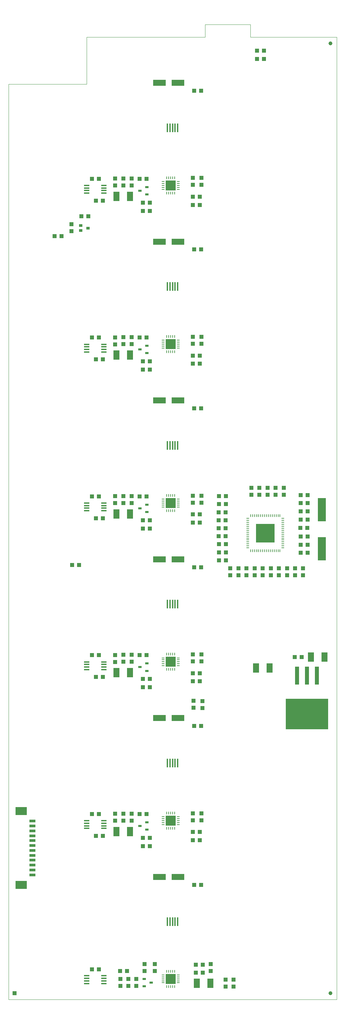
<source format=gbr>
%FSLAX33Y33*%
%MOMM*%
G04 EasyPC Gerber Version 16.0.6 Build 3249 *
%ADD94R,0.28000X0.80000*%
%ADD104R,0.40000X2.20000*%
%ADD15R,1.00000X1.10000*%
%ADD101R,1.10000X4.60000*%
%ADD71R,1.65000X2.40000*%
%ADD20R,2.10000X6.00000*%
%ADD93R,1.00000X1.00000*%
%ADD97R,2.60000X2.60000*%
%ADD96R,4.70000X4.70000*%
%ADD73C,0.12000*%
%ADD10C,1.00000*%
%ADD95R,0.80000X0.28000*%
%ADD108R,1.45000X0.45000*%
%ADD98R,0.90000X0.60000*%
%ADD100R,0.90000X0.70000*%
%ADD109R,1.60000X0.70000*%
%ADD14R,1.10000X1.00000*%
%ADD99R,3.20000X1.60000*%
%ADD110R,3.00000X2.10000*%
%ADD102R,10.80000X7.90000*%
X0Y0D02*
D02*
D10*
X99750Y36400D03*
Y279200D03*
D02*
D14*
X29161Y229900D03*
X30939D03*
X33661Y145850D03*
X35439D03*
X36011Y235000D03*
X37789D03*
X38761Y42500D03*
X38761Y82200D03*
Y122800D03*
Y163400D03*
Y204000D03*
Y244600D03*
X39761Y76600D03*
Y117200D03*
Y157800D03*
Y198400D03*
Y239000D03*
X40539Y42500D03*
X40539Y82200D03*
Y122800D03*
Y163400D03*
Y204000D03*
Y244600D03*
X41539Y76600D03*
Y117200D03*
Y157800D03*
Y198400D03*
Y239000D03*
X45961Y42050D03*
X47739D03*
X50911Y82200D03*
Y122800D03*
Y163400D03*
Y204000D03*
Y244600D03*
X51761Y74000D03*
Y76100D03*
Y114600D03*
Y116700D03*
Y155200D03*
Y157300D03*
Y195800D03*
Y197900D03*
Y236400D03*
Y238500D03*
X52689Y82200D03*
Y122800D03*
Y163400D03*
Y204000D03*
Y244600D03*
X53539Y74000D03*
Y76100D03*
Y114600D03*
Y116700D03*
Y155200D03*
Y157300D03*
Y195800D03*
Y197900D03*
Y236400D03*
Y238500D03*
X64561Y75500D03*
Y77600D03*
Y116100D03*
Y118200D03*
Y156700D03*
Y158800D03*
Y197300D03*
Y199400D03*
Y237900D03*
Y240000D03*
X64861Y64100D03*
Y104700D03*
Y145300D03*
Y185900D03*
Y226500D03*
Y267100D03*
X65311Y41650D03*
Y43700D03*
X66339Y75500D03*
Y77600D03*
Y116100D03*
Y118200D03*
Y156700D03*
Y158800D03*
Y197300D03*
Y199400D03*
Y237900D03*
Y240000D03*
X66639Y64100D03*
Y104700D03*
Y145300D03*
Y185900D03*
Y226500D03*
Y267100D03*
X67089Y41650D03*
Y43700D03*
X71161Y153200D03*
Y155250D03*
Y157300D03*
Y159350D03*
X71211Y147050D03*
Y149100D03*
Y151150D03*
Y161400D03*
Y163450D03*
X72939Y153200D03*
Y155250D03*
Y157300D03*
Y159350D03*
X72989Y147050D03*
Y149100D03*
Y151150D03*
Y161400D03*
Y163450D03*
X80961Y275200D03*
Y277300D03*
X82739Y275200D03*
Y277300D03*
X90661Y122300D03*
X92061Y155350D03*
X92111Y157450D03*
Y159550D03*
Y161650D03*
Y163700D03*
X92161Y148950D03*
Y151050D03*
Y153150D03*
X92439Y122300D03*
X93839Y155350D03*
X93889Y157450D03*
Y159550D03*
Y161650D03*
Y163700D03*
X93939Y148950D03*
Y151050D03*
Y153150D03*
D02*
D15*
X33500Y231211D03*
Y232989D03*
X44650Y80461D03*
Y82239D03*
Y121061D03*
Y122839D03*
Y161661D03*
Y163439D03*
Y202261D03*
Y204039D03*
Y242861D03*
Y244639D03*
X46000Y38211D03*
Y39989D03*
X46750Y80511D03*
Y82289D03*
Y121111D03*
Y122889D03*
Y161711D03*
Y163489D03*
Y202311D03*
Y204089D03*
Y242911D03*
Y244689D03*
X48050Y38211D03*
Y39989D03*
X48850Y80511D03*
Y82289D03*
Y121111D03*
Y122889D03*
Y161711D03*
Y163489D03*
Y202311D03*
Y204089D03*
Y242911D03*
Y244689D03*
X50100Y38211D03*
Y39989D03*
X52150Y42061D03*
Y43839D03*
X54850Y42061D03*
Y43839D03*
X64550Y80611D03*
Y82389D03*
Y121211D03*
Y122989D03*
Y161811D03*
Y163589D03*
Y202411D03*
Y204189D03*
Y243011D03*
Y244789D03*
X64750Y109361D03*
Y111139D03*
X66750Y80611D03*
Y82389D03*
Y121211D03*
Y122989D03*
Y161811D03*
Y163589D03*
Y202411D03*
Y204189D03*
Y243011D03*
Y244789D03*
X67000Y109311D03*
Y111089D03*
X69100Y42011D03*
Y43789D03*
X72950Y38111D03*
Y39889D03*
X74150Y143211D03*
Y144989D03*
X75000Y38111D03*
Y39889D03*
X76250Y143211D03*
Y144989D03*
X78300Y143211D03*
Y144989D03*
X79500Y163811D03*
Y165589D03*
X80400Y143211D03*
Y144989D03*
X81600Y163811D03*
Y165589D03*
X82450Y143211D03*
Y144989D03*
X83650Y163811D03*
Y165589D03*
X84550Y143261D03*
Y145039D03*
X85750Y163811D03*
Y165589D03*
X86600Y143261D03*
Y145039D03*
X87850Y163811D03*
Y165589D03*
X88650Y143261D03*
Y145039D03*
X90700Y143261D03*
Y145039D03*
X92750Y143261D03*
Y145039D03*
D02*
D71*
X45024Y77700D03*
Y118300D03*
Y158900D03*
Y199500D03*
Y240100D03*
X48475Y77700D03*
Y118300D03*
Y158900D03*
Y199500D03*
Y240100D03*
X65575Y38950D03*
X69027D03*
X80723Y119500D03*
X84175D03*
X94775Y122350D03*
X98227D03*
D02*
D20*
X97600Y150000D03*
Y160000D03*
D02*
D73*
X17350Y34800D02*
Y268800D01*
X37350*
Y280800*
X67650*
Y284050*
X79250*
Y280800*
X101350*
Y34800*
X17350*
D02*
D93*
X18950Y36400D03*
D02*
D94*
X57850Y38100D03*
Y42000D03*
X57850Y78550D03*
Y82450D03*
Y119150D03*
Y123050D03*
Y159750D03*
Y163650D03*
Y200350D03*
Y204250D03*
Y240950D03*
Y244850D03*
X58350Y38100D03*
Y42000D03*
X58350Y78550D03*
Y82450D03*
Y119150D03*
Y123050D03*
Y159750D03*
Y163650D03*
Y200350D03*
Y204250D03*
Y240950D03*
Y244850D03*
X58850Y38100D03*
Y42000D03*
X58850Y78550D03*
Y82450D03*
Y119150D03*
Y123050D03*
Y159750D03*
Y163650D03*
Y200350D03*
Y204250D03*
Y240950D03*
Y244850D03*
X59350Y38100D03*
Y42000D03*
X59350Y78550D03*
Y82450D03*
Y119150D03*
Y123050D03*
Y159750D03*
Y163650D03*
Y200350D03*
Y204250D03*
Y240950D03*
Y244850D03*
X59850Y38100D03*
Y42000D03*
X59850Y78550D03*
Y82450D03*
Y119150D03*
Y123050D03*
Y159750D03*
Y163650D03*
Y200350D03*
Y204250D03*
Y240950D03*
Y244850D03*
X79350Y149500D03*
Y158500D03*
X79850Y149500D03*
Y158500D03*
X80350Y149500D03*
Y158500D03*
X80850Y149500D03*
Y158500D03*
X81350Y149500D03*
Y158500D03*
X81850Y149500D03*
Y158500D03*
X82350Y149500D03*
Y158500D03*
X82850Y149500D03*
Y158500D03*
X83350Y149500D03*
Y158500D03*
X83850Y149500D03*
Y158500D03*
X84350Y149500D03*
Y158500D03*
X84850Y149500D03*
Y158500D03*
X85350Y149500D03*
Y158500D03*
X85850Y149500D03*
Y158500D03*
X86350Y149500D03*
Y158500D03*
X86850Y149500D03*
Y158500D03*
D02*
D95*
X56900Y39050D03*
Y39550D03*
Y40050D03*
Y40550D03*
Y41050D03*
X56900Y79500D03*
Y80000D03*
Y80500D03*
Y81000D03*
Y81500D03*
Y120100D03*
Y120600D03*
Y121100D03*
Y121600D03*
Y122100D03*
Y160700D03*
Y161200D03*
Y161700D03*
Y162200D03*
Y162700D03*
Y201300D03*
Y201800D03*
Y202300D03*
Y202800D03*
Y203300D03*
Y241900D03*
Y242400D03*
Y242900D03*
Y243400D03*
Y243900D03*
X60800Y39050D03*
Y39550D03*
Y40050D03*
Y40550D03*
Y41050D03*
X60800Y79500D03*
Y80000D03*
Y80500D03*
Y81000D03*
Y81500D03*
Y120100D03*
Y120600D03*
Y121100D03*
Y121600D03*
Y122100D03*
Y160700D03*
Y161200D03*
Y161700D03*
Y162200D03*
Y162700D03*
Y201300D03*
Y201800D03*
Y202300D03*
Y202800D03*
Y203300D03*
Y241900D03*
Y242400D03*
Y242900D03*
Y243400D03*
Y243900D03*
X78600Y150250D03*
Y150750D03*
Y151250D03*
Y151750D03*
Y152250D03*
Y152750D03*
Y153250D03*
Y153750D03*
Y154250D03*
Y154750D03*
Y155250D03*
Y155750D03*
Y156250D03*
Y156750D03*
Y157250D03*
Y157750D03*
X87600Y150250D03*
Y150750D03*
Y151250D03*
Y151750D03*
Y152250D03*
Y152750D03*
Y153250D03*
Y153750D03*
Y154250D03*
Y154750D03*
Y155250D03*
Y155750D03*
Y156250D03*
Y156750D03*
Y157250D03*
Y157750D03*
D02*
D96*
X83100Y154000D03*
D02*
D97*
X58850Y40050D03*
X58850Y80500D03*
Y121100D03*
Y161700D03*
Y202300D03*
Y242900D03*
D02*
D98*
X51000Y79150D03*
Y119750D03*
Y160350D03*
Y200950D03*
Y241550D03*
X52100Y38150D03*
Y40050D03*
X52800Y78200D03*
Y80100D03*
Y118800D03*
Y120700D03*
Y159400D03*
Y161300D03*
Y200000D03*
Y201900D03*
Y240600D03*
Y242500D03*
X53900Y39100D03*
D02*
D99*
X56000Y66100D03*
Y106700D03*
Y147300D03*
Y187900D03*
Y228500D03*
Y269100D03*
X60700Y66100D03*
Y106700D03*
Y147300D03*
Y187900D03*
Y228500D03*
Y269100D03*
D02*
D100*
X35850Y231350D03*
Y232650D03*
X37750Y232000D03*
D02*
D101*
X91210Y117575D03*
X93750D03*
X96290D03*
D02*
D102*
X93775Y107725D03*
D02*
D104*
X58050Y54625D03*
Y95225D03*
Y135825D03*
Y176425D03*
Y217025D03*
Y257625D03*
X58700Y54625D03*
Y95225D03*
Y135825D03*
Y176425D03*
Y217025D03*
Y257625D03*
X59350Y54625D03*
Y95225D03*
Y135825D03*
Y176425D03*
Y217025D03*
Y257625D03*
X60000Y54625D03*
Y95225D03*
Y135825D03*
Y176425D03*
Y217025D03*
Y257625D03*
X60650Y54625D03*
Y95225D03*
Y135825D03*
Y176425D03*
Y217025D03*
Y257625D03*
D02*
D108*
X37350Y38875D03*
Y39525D03*
Y40175D03*
Y40825D03*
X37350Y78525D03*
Y79175D03*
Y79825D03*
Y80475D03*
Y119125D03*
Y119775D03*
Y120425D03*
Y121075D03*
Y159725D03*
Y160375D03*
Y161025D03*
Y161675D03*
Y200325D03*
Y200975D03*
Y201625D03*
Y202275D03*
Y240925D03*
Y241575D03*
Y242225D03*
Y242875D03*
X41750Y38875D03*
Y39525D03*
Y40175D03*
Y40825D03*
X41750Y78525D03*
Y79175D03*
Y79825D03*
Y80475D03*
Y119125D03*
Y119775D03*
Y120425D03*
Y121075D03*
Y159725D03*
Y160375D03*
Y161025D03*
Y161675D03*
Y200325D03*
Y200975D03*
Y201625D03*
Y202275D03*
Y240925D03*
Y241575D03*
Y242225D03*
Y242875D03*
D02*
D109*
X23500Y66625D03*
Y67875D03*
Y69125D03*
Y70375D03*
Y71625D03*
Y72875D03*
Y74125D03*
Y75375D03*
Y76625D03*
Y77875D03*
Y79125D03*
Y80375D03*
D02*
D110*
X20600Y64075D03*
Y82925D03*
X0Y0D02*
M02*

</source>
